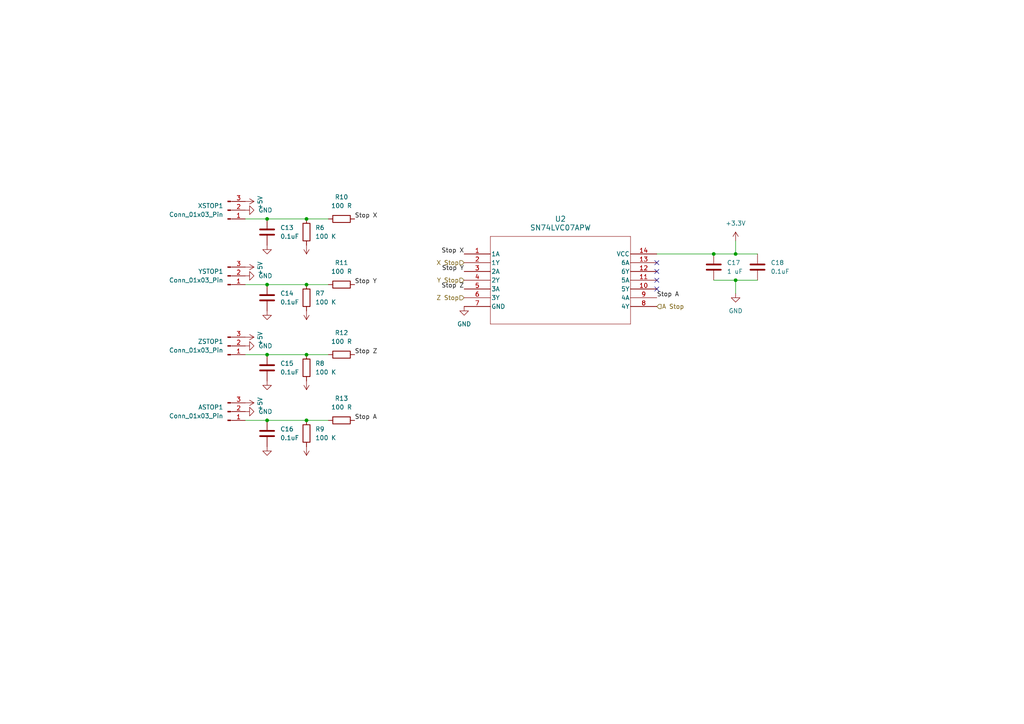
<source format=kicad_sch>
(kicad_sch (version 20230121) (generator eeschema)
  (paper "A4")
  (lib_symbols
    (symbol "+3.3V_2" (power) (pin_names (offset 0))
      (property "Value" "+3.3V_2" (at 0 3.556 0))
      (symbol "+3.3V_2_0_1"
        (polyline (pts (xy -0.762 1.27) (xy 0 2.54)))
        (polyline (pts (xy 0 0) (xy 0 2.54)))
        (polyline (pts (xy 0 2.54) (xy 0.762 1.27)))
      )
      (symbol "+3.3V_2_1_1"
        (pin power_in line (at 0 0 90) (length 0) hide (name "+3.3V") (number "1"))
      )
    )
    (symbol "Connector:Conn_01x03_Pin" (pin_names (offset 1.016) hide)
      (property "Reference" "J" (at 0 5.08 0))
      (property "Value" "Conn_01x03_Pin" (at 0 -5.08 0))
      (symbol "Conn_01x03_Pin_1_1"
        (polyline (pts (xy 1.27 -2.54) (xy 0.8636 -2.54)) (stroke (width 0.1524)))
        (polyline (pts (xy 1.27 0) (xy 0.8636 0)) (stroke (width 0.1524)))
        (polyline (pts (xy 1.27 2.54) (xy 0.8636 2.54)) (stroke (width 0.1524)))
        (rectangle (start 0.8636 -2.413) (end 0 -2.667) (stroke (width 0.1524)) (fill (type outline)))
        (rectangle (start 0.8636 0.127) (end 0 -0.127) (stroke (width 0.1524)) (fill (type outline)))
        (rectangle (start 0.8636 2.667) (end 0 2.413) (stroke (width 0.1524)) (fill (type outline)))
        (pin passive line (at 5.08 2.54 180) (length 3.81) (name "Pin_1") (number "1"))
        (pin passive line (at 5.08 0 180) (length 3.81) (name "Pin_2") (number "2"))
        (pin passive line (at 5.08 -2.54 180) (length 3.81) (name "Pin_3") (number "3"))
      )
    )
    (symbol "Device:C" (pin_numbers hide) (pin_names (offset 0.254))
      (property "Reference" "C" (at 0.635 2.54 0))
      (property "Value" "C" (at 0.635 -2.54 0))
      (symbol "C_0_1"
        (polyline (pts (xy -2.032 -0.762) (xy 2.032 -0.762)) (stroke (width 0.508)))
        (polyline (pts (xy -2.032 0.762) (xy 2.032 0.762)) (stroke (width 0.508)))
      )
      (symbol "C_1_1"
        (pin passive line (at 0 3.81 270) (length 2.794) (name "~") (number "1"))
        (pin passive line (at 0 -3.81 90) (length 2.794) (name "~") (number "2"))
      )
    )
    (symbol "Device:R" (pin_numbers hide) (pin_names (offset 0))
      (property "Reference" "R" (at 2.032 0 90))
      (property "Value" "R" (at 0 0 90))
      (symbol "R_0_1"
        (rectangle (start -1.016 -2.54) (end 1.016 2.54) (stroke (width 0.254)))
      )
      (symbol "R_1_1"
        (pin passive line (at 0 3.81 270) (length 1.27) (name "~") (number "1"))
        (pin passive line (at 0 -3.81 90) (length 1.27) (name "~") (number "2"))
      )
    )
    (symbol "power:+5V" (power) (pin_names (offset 0))
      (property "Value" "+5V" (at 0 3.556 0))
      (symbol "+5V_0_1"
        (polyline (pts (xy -0.762 1.27) (xy 0 2.54)))
        (polyline (pts (xy 0 0) (xy 0 2.54)))
        (polyline (pts (xy 0 2.54) (xy 0.762 1.27)))
      )
      (symbol "+5V_1_1"
        (pin power_in line (at 0 0 90) (length 0) hide (name "+5V") (number "1"))
      )
    )
    (symbol "power:GND" (power) (pin_names (offset 0))
      (property "Value" "GND" (at 0 -3.81 0))
      (symbol "GND_0_1"
        (polyline (pts (xy 0 0) (xy 0 -1.27) (xy 1.27 -1.27) (xy 0 -2.54) (xy -1.27 -1.27) (xy 0 -1.27)))
      )
      (symbol "GND_1_1"
        (pin power_in line (at 0 0 270) (length 0) hide (name "GND") (number "1"))
      )
    )
    (symbol "rephat-symbols:SN74LVC07APW" (pin_names (offset 0.254))
      (property "Reference" "U" (at 27.94 10.16 0))
      (property "Value" "SN74LVC07APW" (at 27.94 7.62 0))
      (symbol "SN74LVC07APW_0_1"
        (polyline (pts (xy 7.62 -20.32) (xy 48.26 -20.32)) (stroke (width 0.127)))
        (polyline (pts (xy 7.62 5.08) (xy 7.62 -20.32)) (stroke (width 0.127)))
        (polyline (pts (xy 48.26 -20.32) (xy 48.26 5.08)) (stroke (width 0.127)))
        (polyline (pts (xy 48.26 5.08) (xy 7.62 5.08)) (stroke (width 0.127)))
        (pin input line (at 0 0 0) (length 7.62) (name "1A") (number "1"))
        (pin output line (at 55.88 -10.16 180) (length 7.62) (name "5Y") (number "10"))
        (pin input line (at 55.88 -7.62 180) (length 7.62) (name "5A") (number "11"))
        (pin output line (at 55.88 -5.08 180) (length 7.62) (name "6Y") (number "12"))
        (pin input line (at 55.88 -2.54 180) (length 7.62) (name "6A") (number "13"))
        (pin power_in line (at 55.88 0 180) (length 7.62) (name "VCC") (number "14"))
        (pin output line (at 0 -2.54 0) (length 7.62) (name "1Y") (number "2"))
        (pin input line (at 0 -5.08 0) (length 7.62) (name "2A") (number "3"))
        (pin output line (at 0 -7.62 0) (length 7.62) (name "2Y") (number "4"))
        (pin input line (at 0 -10.16 0) (length 7.62) (name "3A") (number "5"))
        (pin output line (at 0 -12.7 0) (length 7.62) (name "3Y") (number "6"))
        (pin power_in line (at 0 -15.24 0) (length 7.62) (name "GND") (number "7"))
        (pin output line (at 55.88 -15.24 180) (length 7.62) (name "4Y") (number "8"))
        (pin input line (at 55.88 -12.7 180) (length 7.62) (name "4A") (number "9"))
      )
    )
  )
  (junction (at 77.47 63.5))
  (junction (at 77.47 82.55))
  (junction (at 213.36 73.66))
  (junction (at 213.36 81.28))
  (junction (at 77.47 121.92))
  (junction (at 88.9 63.5))
  (junction (at 88.9 102.87))
  (junction (at 207.01 73.66))
  (junction (at 88.9 121.92))
  (junction (at 77.47 102.87))
  (junction (at 88.9 82.55))
  (no_connect (at 190.5 78.74))
  (no_connect (at 190.5 81.28))
  (no_connect (at 190.5 83.82))
  (no_connect (at 190.5 76.2))
  (wire (pts (xy 77.47 102.87) (xy 88.9 102.87)))
  (wire (pts (xy 88.9 63.5) (xy 95.25 63.5)))
  (wire (pts (xy 213.36 73.66) (xy 219.71 73.66)))
  (wire (pts (xy 213.36 69.85) (xy 213.36 73.66)))
  (wire (pts (xy 71.12 102.87) (xy 77.47 102.87)))
  (wire (pts (xy 207.01 73.66) (xy 213.36 73.66)))
  (wire (pts (xy 190.5 73.66) (xy 207.01 73.66)))
  (wire (pts (xy 71.12 82.55) (xy 77.47 82.55)))
  (wire (pts (xy 213.36 81.28) (xy 213.36 85.09)))
  (wire (pts (xy 71.12 63.5) (xy 77.47 63.5)))
  (wire (pts (xy 88.9 102.87) (xy 95.25 102.87)))
  (wire (pts (xy 207.01 81.28) (xy 213.36 81.28)))
  (wire (pts (xy 213.36 81.28) (xy 219.71 81.28)))
  (wire (pts (xy 88.9 121.92) (xy 95.25 121.92)))
  (wire (pts (xy 77.47 82.55) (xy 88.9 82.55)))
  (wire (pts (xy 77.47 63.5) (xy 88.9 63.5)))
  (wire (pts (xy 71.12 121.92) (xy 77.47 121.92)))
  (wire (pts (xy 88.9 82.55) (xy 95.25 82.55)))
  (wire (pts (xy 77.47 121.92) (xy 88.9 121.92)))
  (label "Stop A" (at 102.87 121.92 0))
  (label "Stop Y" (at 134.62 78.74 180))
  (label "Stop Y" (at 102.87 82.55 0))
  (label "Stop Z" (at 102.87 102.87 0))
  (label "Stop A" (at 190.5 86.36 0))
  (label "Stop Z" (at 134.62 83.82 180))
  (label "Stop X" (at 134.62 73.66 180))
  (label "Stop X" (at 102.87 63.5 0))
  (hierarchical_label "A Stop" (shape input) (at 190.5 88.9 0))
  (hierarchical_label "Z Stop" (shape input) (at 134.62 86.36 180))
  (hierarchical_label "X Stop" (shape input) (at 134.62 76.2 180))
  (hierarchical_label "Y Stop" (shape input) (at 134.62 81.28 180))
  (symbol (lib_id "Device:C") (at 207.01 77.47 0) (unit 1)
    (property "Reference" "C17" (at 210.82 76.2 0) (effects (justify left)))
    (property "Value" "1 uF" (at 210.82 78.74 0) (effects (justify left)))
    (property "Footprint" "Capacitor_SMD:C_0603_1608Metric" (effects hide))
  )
  (symbol (lib_id "Device:C") (at 77.47 106.68 0) (unit 1)
    (property "Reference" "C15" (at 81.28 105.41 0) (effects (justify left)))
    (property "Value" "0.1uF" (at 81.28 107.95 0) (effects (justify left)))
    (property "Footprint" "Capacitor_SMD:C_0603_1608Metric" (effects hide))
  )
  (symbol (lib_id "power:GND") (at 213.36 85.09 0) (unit 1)
    (property "Reference" "#PWR056" (effects hide))
    (property "Value" "GND" (at 213.36 90.17 0))
  )
  (symbol (lib_id "power:GND") (at 71.12 100.33 90) (unit 1)
    (property "Reference" "#PWR039" (effects hide))
    (property "Value" "GND" (at 74.93 100.33 90) (effects (justify right)))
  )
  (symbol (lib_id "power:GND") (at 71.12 119.38 90) (unit 1)
    (property "Reference" "#PWR041" (effects hide))
    (property "Value" "GND" (at 74.93 119.38 90) (effects (justify right)))
  )
  (symbol (lib_id "power:GND") (at 77.47 90.17 0) (unit 1)
    (property "Reference" "#PWR047" (effects hide))
    (property "Value" "GND" (effects hide))
  )
  (symbol (lib_id "Device:R") (at 99.06 121.92 90) (unit 1)
    (property "Reference" "R13" (at 99.06 115.57 90))
    (property "Value" "100 R" (at 99.06 118.11 90))
    (property "Footprint" "Resistor_SMD:R_0603_1608Metric" (effects hide))
  )
  (symbol (lib_id "Device:R") (at 88.9 106.68 0) (unit 1)
    (property "Reference" "R8" (at 91.44 105.41 0) (effects (justify left)))
    (property "Value" "100 K" (at 91.44 107.95 0) (effects (justify left)))
    (property "Footprint" "Resistor_SMD:R_0603_1608Metric" (effects hide))
  )
  (symbol (lib_name "+3.3V_2") (lib_id "power:+3.3V") (at 88.9 90.17 180) (unit 1)
    (property "Reference" "#PWR051" (effects hide))
    (property "Value" "+3.3V" (effects hide))
  )
  (symbol (lib_name "+3.3V_2") (lib_id "power:+3.3V") (at 88.9 71.12 180) (unit 1)
    (property "Reference" "#PWR050" (effects hide))
    (property "Value" "+3.3V" (effects hide))
  )
  (symbol (lib_id "Device:C") (at 77.47 67.31 0) (unit 1)
    (property "Reference" "C13" (at 81.28 66.04 0) (effects (justify left)))
    (property "Value" "0.1uF" (at 81.28 68.58 0) (effects (justify left)))
    (property "Footprint" "Capacitor_SMD:C_0603_1608Metric" (effects hide))
  )
  (symbol (lib_id "power:GND") (at 71.12 60.96 90) (unit 1)
    (property "Reference" "#PWR034" (effects hide))
    (property "Value" "GND" (at 74.93 60.96 90) (effects (justify right)))
  )
  (symbol (lib_id "Device:R") (at 99.06 102.87 90) (unit 1)
    (property "Reference" "R12" (at 99.06 96.52 90))
    (property "Value" "100 R" (at 99.06 99.06 90))
    (property "Footprint" "Resistor_SMD:R_0603_1608Metric" (effects hide))
  )
  (symbol (lib_id "power:+5V") (at 71.12 58.42 270) (unit 1)
    (property "Reference" "#PWR010" (effects hide))
    (property "Value" "+5V" (at 75.4444 58.7883 0))
  )
  (symbol (lib_id "Device:R") (at 99.06 82.55 90) (unit 1)
    (property "Reference" "R11" (at 99.06 76.2 90))
    (property "Value" "100 R" (at 99.06 78.74 90))
    (property "Footprint" "Resistor_SMD:R_0603_1608Metric" (effects hide))
  )
  (symbol (lib_id "Connector:Conn_01x03_Pin") (at 66.04 100.33 0) (mirror x) (unit 1)
    (property "Reference" "ZSTOP1" (at 64.77 99.06 0) (effects (justify right)))
    (property "Value" "Conn_01x03_Pin" (at 64.77 101.6 0) (effects (justify right)))
    (property "Footprint" "Connector_JST:JST_XH_B3B-XH-A_1x03_P2.50mm_Vertical" (effects hide))
  )
  (symbol (lib_id "power:+5V") (at 71.12 116.84 270) (unit 1)
    (property "Reference" "#PWR040" (effects hide))
    (property "Value" "+5V" (at 75.4444 117.2083 0))
  )
  (symbol (lib_id "power:GND") (at 77.47 110.49 0) (unit 1)
    (property "Reference" "#PWR048" (effects hide))
    (property "Value" "GND" (effects hide))
  )
  (symbol (lib_id "power:GND") (at 77.47 71.12 0) (unit 1)
    (property "Reference" "#PWR042" (effects hide))
    (property "Value" "GND" (effects hide))
  )
  (symbol (lib_id "power:GND") (at 77.47 129.54 0) (unit 1)
    (property "Reference" "#PWR049" (effects hide))
    (property "Value" "GND" (effects hide))
  )
  (symbol (lib_id "Device:C") (at 77.47 125.73 0) (unit 1)
    (property "Reference" "C16" (at 81.28 124.46 0) (effects (justify left)))
    (property "Value" "0.1uF" (at 81.28 127 0) (effects (justify left)))
    (property "Footprint" "Capacitor_SMD:C_0603_1608Metric" (effects hide))
  )
  (symbol (lib_id "Device:C") (at 219.71 77.47 0) (unit 1)
    (property "Reference" "C18" (at 223.52 76.2 0) (effects (justify left)))
    (property "Value" "0.1uF" (at 223.52 78.74 0) (effects (justify left)))
    (property "Footprint" "Capacitor_SMD:C_0603_1608Metric" (effects hide))
  )
  (symbol (lib_id "power:+5V") (at 71.12 77.47 270) (unit 1)
    (property "Reference" "#PWR035" (effects hide))
    (property "Value" "+5V" (at 75.4444 77.8383 0))
  )
  (symbol (lib_id "Device:R") (at 88.9 125.73 0) (unit 1)
    (property "Reference" "R9" (at 91.44 124.46 0) (effects (justify left)))
    (property "Value" "100 K" (at 91.44 127 0) (effects (justify left)))
    (property "Footprint" "Resistor_SMD:R_0603_1608Metric" (effects hide))
  )
  (symbol (lib_id "Device:R") (at 88.9 86.36 0) (unit 1)
    (property "Reference" "R7" (at 91.44 85.09 0) (effects (justify left)))
    (property "Value" "100 K" (at 91.44 87.63 0) (effects (justify left)))
    (property "Footprint" "Resistor_SMD:R_0603_1608Metric" (effects hide))
  )
  (symbol (lib_id "Device:R") (at 88.9 67.31 0) (unit 1)
    (property "Reference" "R6" (at 91.44 66.04 0) (effects (justify left)))
    (property "Value" "100 K" (at 91.44 68.58 0) (effects (justify left)))
    (property "Footprint" "Resistor_SMD:R_0603_1608Metric" (effects hide))
  )
  (symbol (lib_id "power:GND") (at 134.62 88.9 0) (unit 1)
    (property "Reference" "#PWR054" (effects hide))
    (property "Value" "GND" (at 134.62 93.98 0))
  )
  (symbol (lib_name "+3.3V_2") (lib_id "power:+3.3V") (at 88.9 129.54 180) (unit 1)
    (property "Reference" "#PWR053" (effects hide))
    (property "Value" "+3.3V" (effects hide))
  )
  (symbol (lib_id "Connector:Conn_01x03_Pin") (at 66.04 80.01 0) (mirror x) (unit 1)
    (property "Reference" "YSTOP1" (at 64.77 78.74 0) (effects (justify right)))
    (property "Value" "Conn_01x03_Pin" (at 64.77 81.28 0) (effects (justify right)))
    (property "Footprint" "Connector_JST:JST_XH_B3B-XH-A_1x03_P2.50mm_Vertical" (effects hide))
  )
  (symbol (lib_id "power:+5V") (at 71.12 97.79 270) (unit 1)
    (property "Reference" "#PWR038" (effects hide))
    (property "Value" "+5V" (at 75.4444 98.1583 0))
  )
  (symbol (lib_id "Device:C") (at 77.47 86.36 0) (unit 1)
    (property "Reference" "C14" (at 81.28 85.09 0) (effects (justify left)))
    (property "Value" "0.1uF" (at 81.28 87.63 0) (effects (justify left)))
    (property "Footprint" "Capacitor_SMD:C_0603_1608Metric" (effects hide))
  )
  (symbol (lib_name "+3.3V_2") (lib_id "power:+3.3V") (at 213.36 69.85 0) (unit 1)
    (property "Reference" "#PWR055" (effects hide))
    (property "Value" "+3.3V" (at 213.36 64.77 0))
  )
  (symbol (lib_name "+3.3V_2") (lib_id "power:+3.3V") (at 88.9 110.49 180) (unit 1)
    (property "Reference" "#PWR052" (effects hide))
    (property "Value" "+3.3V" (effects hide))
  )
  (symbol (lib_id "Connector:Conn_01x03_Pin") (at 66.04 119.38 0) (mirror x) (unit 1)
    (property "Reference" "ASTOP1" (at 64.77 118.11 0) (effects (justify right)))
    (property "Value" "Conn_01x03_Pin" (at 64.77 120.65 0) (effects (justify right)))
    (property "Footprint" "Connector_JST:JST_XH_B3B-XH-A_1x03_P2.50mm_Vertical" (effects hide))
  )
  (symbol (lib_id "power:GND") (at 71.12 80.01 90) (unit 1)
    (property "Reference" "#PWR037" (effects hide))
    (property "Value" "GND" (at 74.93 80.01 90) (effects (justify right)))
  )
  (symbol (lib_id "Device:R") (at 99.06 63.5 90) (unit 1)
    (property "Reference" "R10" (at 99.06 57.15 90))
    (property "Value" "100 R" (at 99.06 59.69 90))
    (property "Footprint" "Resistor_SMD:R_0603_1608Metric" (effects hide))
  )
  (symbol (lib_id "rephat-symbols:SN74LVC07APW") (at 134.62 73.66 0) (unit 1)
    (property "Reference" "U2" (at 162.56 63.5 0) (effects (font (size 1.524 1.524))))
    (property "Value" "SN74LVC07APW" (at 162.56 66.04 0) (effects (font (size 1.524 1.524))))
    (property "Footprint" "Package_SO:TSSOP-14-1EP_4.4x5mm_P0.65mm" (effects hide))
    (property "Datasheet" "SN74LVC07APW" (effects hide))
  )
  (symbol (lib_id "Connector:Conn_01x03_Pin") (at 66.04 60.96 0) (mirror x) (unit 1)
    (property "Reference" "XSTOP1" (at 64.77 59.69 0) (effects (justify right)))
    (property "Value" "Conn_01x03_Pin" (at 64.77 62.23 0) (effects (justify right)))
    (property "Footprint" "Connector_JST:JST_XH_B3B-XH-A_1x03_P2.50mm_Vertical" (effects hide))
  )
)
</source>
